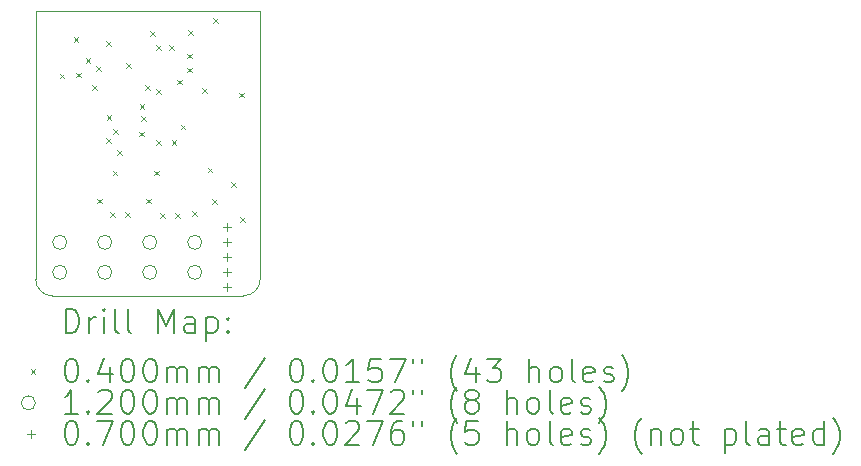
<source format=gbr>
%TF.GenerationSoftware,KiCad,Pcbnew,(6.0.7)*%
%TF.CreationDate,2022-08-30T17:39:49-06:00*%
%TF.ProjectId,malenki-1616-3A,6d616c65-6e6b-4692-9d31-3631362d3341,rev?*%
%TF.SameCoordinates,Original*%
%TF.FileFunction,Drillmap*%
%TF.FilePolarity,Positive*%
%FSLAX45Y45*%
G04 Gerber Fmt 4.5, Leading zero omitted, Abs format (unit mm)*
G04 Created by KiCad (PCBNEW (6.0.7)) date 2022-08-30 17:39:49*
%MOMM*%
%LPD*%
G01*
G04 APERTURE LIST*
%ADD10C,0.050000*%
%ADD11C,0.200000*%
%ADD12C,0.040000*%
%ADD13C,0.120000*%
%ADD14C,0.070000*%
G04 APERTURE END LIST*
D10*
X15540000Y-6172200D02*
X13639800Y-6172200D01*
X15540000Y-8440000D02*
X15540000Y-6172200D01*
X13639518Y-8439301D02*
G75*
G03*
X13780000Y-8580484I140482J-699D01*
G01*
X13780000Y-8580484D02*
X15398817Y-8580482D01*
X15398817Y-8580478D02*
G75*
G03*
X15540000Y-8440000I703J140478D01*
G01*
X13639800Y-6172200D02*
X13639518Y-8439301D01*
D11*
D12*
X13842150Y-6700000D02*
X13882150Y-6740000D01*
X13882150Y-6700000D02*
X13842150Y-6740000D01*
X13960532Y-6389150D02*
X14000532Y-6429150D01*
X14000532Y-6389150D02*
X13960532Y-6429150D01*
X13979811Y-6690189D02*
X14019811Y-6730189D01*
X14019811Y-6690189D02*
X13979811Y-6730189D01*
X14061486Y-6571436D02*
X14101486Y-6611436D01*
X14101486Y-6571436D02*
X14061486Y-6611436D01*
X14120000Y-6800000D02*
X14160000Y-6840000D01*
X14160000Y-6800000D02*
X14120000Y-6840000D01*
X14150188Y-6633658D02*
X14190188Y-6673658D01*
X14190188Y-6633658D02*
X14150188Y-6673658D01*
X14159550Y-7758750D02*
X14199550Y-7798750D01*
X14199550Y-7758750D02*
X14159550Y-7798750D01*
X14233826Y-7247249D02*
X14273826Y-7287249D01*
X14273826Y-7247249D02*
X14233826Y-7287249D01*
X14235095Y-6423586D02*
X14275095Y-6463586D01*
X14275095Y-6423586D02*
X14235095Y-6463586D01*
X14240000Y-7050000D02*
X14280000Y-7090000D01*
X14280000Y-7050000D02*
X14240000Y-7090000D01*
X14270000Y-7870000D02*
X14310000Y-7910000D01*
X14310000Y-7870000D02*
X14270000Y-7910000D01*
X14290000Y-7520000D02*
X14330000Y-7560000D01*
X14330000Y-7520000D02*
X14290000Y-7560000D01*
X14297250Y-7170000D02*
X14337250Y-7210000D01*
X14337250Y-7170000D02*
X14297250Y-7210000D01*
X14330000Y-7350000D02*
X14370000Y-7390000D01*
X14370000Y-7350000D02*
X14330000Y-7390000D01*
X14395000Y-7870000D02*
X14435000Y-7910000D01*
X14435000Y-7870000D02*
X14395000Y-7910000D01*
X14407200Y-6612800D02*
X14447200Y-6652800D01*
X14447200Y-6612800D02*
X14407200Y-6652800D01*
X14517150Y-7190000D02*
X14557150Y-7230000D01*
X14557150Y-7190000D02*
X14517150Y-7230000D01*
X14518962Y-6960661D02*
X14558962Y-7000661D01*
X14558962Y-6960661D02*
X14518962Y-7000661D01*
X14530000Y-7060000D02*
X14570000Y-7100000D01*
X14570000Y-7060000D02*
X14530000Y-7100000D01*
X14565267Y-6798424D02*
X14605267Y-6838424D01*
X14605267Y-6798424D02*
X14565267Y-6838424D01*
X14572300Y-7758750D02*
X14612300Y-7798750D01*
X14612300Y-7758750D02*
X14572300Y-7798750D01*
X14610000Y-6339950D02*
X14650000Y-6379950D01*
X14650000Y-6339950D02*
X14610000Y-6379950D01*
X14640000Y-7520000D02*
X14680000Y-7560000D01*
X14680000Y-7520000D02*
X14640000Y-7560000D01*
X14660000Y-6460000D02*
X14700000Y-6500000D01*
X14700000Y-6460000D02*
X14660000Y-6500000D01*
X14660000Y-7259950D02*
X14700000Y-7299950D01*
X14700000Y-7259950D02*
X14660000Y-7299950D01*
X14660098Y-6830000D02*
X14700098Y-6870000D01*
X14700098Y-6830000D02*
X14660098Y-6870000D01*
X14691250Y-7878750D02*
X14731250Y-7918750D01*
X14731250Y-7878750D02*
X14691250Y-7918750D01*
X14770000Y-6460000D02*
X14810000Y-6500000D01*
X14810000Y-6460000D02*
X14770000Y-6500000D01*
X14790000Y-7260000D02*
X14830000Y-7300000D01*
X14830000Y-7260000D02*
X14790000Y-7300000D01*
X14820000Y-7880000D02*
X14860000Y-7920000D01*
X14860000Y-7880000D02*
X14820000Y-7920000D01*
X14840000Y-6750000D02*
X14880000Y-6790000D01*
X14880000Y-6750000D02*
X14840000Y-6790000D01*
X14865859Y-7130549D02*
X14905859Y-7170549D01*
X14905859Y-7130549D02*
X14865859Y-7170549D01*
X14920000Y-6530000D02*
X14960000Y-6570000D01*
X14960000Y-6530000D02*
X14920000Y-6570000D01*
X14920000Y-6650000D02*
X14960000Y-6690000D01*
X14960000Y-6650000D02*
X14920000Y-6690000D01*
X14930000Y-6330000D02*
X14970000Y-6370000D01*
X14970000Y-6330000D02*
X14930000Y-6370000D01*
X14965000Y-7865000D02*
X15005000Y-7905000D01*
X15005000Y-7865000D02*
X14965000Y-7905000D01*
X15050000Y-6820000D02*
X15090000Y-6860000D01*
X15090000Y-6820000D02*
X15050000Y-6860000D01*
X15095000Y-7495000D02*
X15135000Y-7535000D01*
X15135000Y-7495000D02*
X15095000Y-7535000D01*
X15135000Y-7760000D02*
X15175000Y-7800000D01*
X15175000Y-7760000D02*
X15135000Y-7800000D01*
X15140000Y-6230000D02*
X15180000Y-6270000D01*
X15180000Y-6230000D02*
X15140000Y-6270000D01*
X15295000Y-7620000D02*
X15335000Y-7660000D01*
X15335000Y-7620000D02*
X15295000Y-7660000D01*
X15360000Y-6860000D02*
X15400000Y-6900000D01*
X15400000Y-6860000D02*
X15360000Y-6900000D01*
X15370000Y-7915000D02*
X15410000Y-7955000D01*
X15410000Y-7915000D02*
X15370000Y-7955000D01*
D13*
X13903000Y-8128000D02*
G75*
G03*
X13903000Y-8128000I-60000J0D01*
G01*
X13903000Y-8382000D02*
G75*
G03*
X13903000Y-8382000I-60000J0D01*
G01*
X14284000Y-8128000D02*
G75*
G03*
X14284000Y-8128000I-60000J0D01*
G01*
X14284000Y-8382000D02*
G75*
G03*
X14284000Y-8382000I-60000J0D01*
G01*
X14665000Y-8128000D02*
G75*
G03*
X14665000Y-8128000I-60000J0D01*
G01*
X14665000Y-8382000D02*
G75*
G03*
X14665000Y-8382000I-60000J0D01*
G01*
X15046000Y-8128000D02*
G75*
G03*
X15046000Y-8128000I-60000J0D01*
G01*
X15046000Y-8382000D02*
G75*
G03*
X15046000Y-8382000I-60000J0D01*
G01*
D14*
X15259500Y-7961000D02*
X15259500Y-8031000D01*
X15224500Y-7996000D02*
X15294500Y-7996000D01*
X15259500Y-8088000D02*
X15259500Y-8158000D01*
X15224500Y-8123000D02*
X15294500Y-8123000D01*
X15259500Y-8215000D02*
X15259500Y-8285000D01*
X15224500Y-8250000D02*
X15294500Y-8250000D01*
X15259500Y-8342000D02*
X15259500Y-8412000D01*
X15224500Y-8377000D02*
X15294500Y-8377000D01*
X15259500Y-8469000D02*
X15259500Y-8539000D01*
X15224500Y-8504000D02*
X15294500Y-8504000D01*
D11*
X13894635Y-8893460D02*
X13894635Y-8693460D01*
X13942254Y-8693460D01*
X13970826Y-8702984D01*
X13989874Y-8722031D01*
X13999397Y-8741079D01*
X14008921Y-8779174D01*
X14008921Y-8807745D01*
X13999397Y-8845841D01*
X13989874Y-8864888D01*
X13970826Y-8883936D01*
X13942254Y-8893460D01*
X13894635Y-8893460D01*
X14094635Y-8893460D02*
X14094635Y-8760126D01*
X14094635Y-8798222D02*
X14104159Y-8779174D01*
X14113683Y-8769650D01*
X14132731Y-8760126D01*
X14151778Y-8760126D01*
X14218445Y-8893460D02*
X14218445Y-8760126D01*
X14218445Y-8693460D02*
X14208921Y-8702984D01*
X14218445Y-8712507D01*
X14227969Y-8702984D01*
X14218445Y-8693460D01*
X14218445Y-8712507D01*
X14342254Y-8893460D02*
X14323207Y-8883936D01*
X14313683Y-8864888D01*
X14313683Y-8693460D01*
X14447016Y-8893460D02*
X14427969Y-8883936D01*
X14418445Y-8864888D01*
X14418445Y-8693460D01*
X14675588Y-8893460D02*
X14675588Y-8693460D01*
X14742254Y-8836317D01*
X14808921Y-8693460D01*
X14808921Y-8893460D01*
X14989874Y-8893460D02*
X14989874Y-8788698D01*
X14980350Y-8769650D01*
X14961302Y-8760126D01*
X14923207Y-8760126D01*
X14904159Y-8769650D01*
X14989874Y-8883936D02*
X14970826Y-8893460D01*
X14923207Y-8893460D01*
X14904159Y-8883936D01*
X14894635Y-8864888D01*
X14894635Y-8845841D01*
X14904159Y-8826793D01*
X14923207Y-8817269D01*
X14970826Y-8817269D01*
X14989874Y-8807745D01*
X15085112Y-8760126D02*
X15085112Y-8960126D01*
X15085112Y-8769650D02*
X15104159Y-8760126D01*
X15142254Y-8760126D01*
X15161302Y-8769650D01*
X15170826Y-8779174D01*
X15180350Y-8798222D01*
X15180350Y-8855364D01*
X15170826Y-8874412D01*
X15161302Y-8883936D01*
X15142254Y-8893460D01*
X15104159Y-8893460D01*
X15085112Y-8883936D01*
X15266064Y-8874412D02*
X15275588Y-8883936D01*
X15266064Y-8893460D01*
X15256540Y-8883936D01*
X15266064Y-8874412D01*
X15266064Y-8893460D01*
X15266064Y-8769650D02*
X15275588Y-8779174D01*
X15266064Y-8788698D01*
X15256540Y-8779174D01*
X15266064Y-8769650D01*
X15266064Y-8788698D01*
D12*
X13597016Y-9202984D02*
X13637016Y-9242984D01*
X13637016Y-9202984D02*
X13597016Y-9242984D01*
D11*
X13932731Y-9113460D02*
X13951778Y-9113460D01*
X13970826Y-9122984D01*
X13980350Y-9132507D01*
X13989874Y-9151555D01*
X13999397Y-9189650D01*
X13999397Y-9237269D01*
X13989874Y-9275364D01*
X13980350Y-9294412D01*
X13970826Y-9303936D01*
X13951778Y-9313460D01*
X13932731Y-9313460D01*
X13913683Y-9303936D01*
X13904159Y-9294412D01*
X13894635Y-9275364D01*
X13885112Y-9237269D01*
X13885112Y-9189650D01*
X13894635Y-9151555D01*
X13904159Y-9132507D01*
X13913683Y-9122984D01*
X13932731Y-9113460D01*
X14085112Y-9294412D02*
X14094635Y-9303936D01*
X14085112Y-9313460D01*
X14075588Y-9303936D01*
X14085112Y-9294412D01*
X14085112Y-9313460D01*
X14266064Y-9180126D02*
X14266064Y-9313460D01*
X14218445Y-9103936D02*
X14170826Y-9246793D01*
X14294635Y-9246793D01*
X14408921Y-9113460D02*
X14427969Y-9113460D01*
X14447016Y-9122984D01*
X14456540Y-9132507D01*
X14466064Y-9151555D01*
X14475588Y-9189650D01*
X14475588Y-9237269D01*
X14466064Y-9275364D01*
X14456540Y-9294412D01*
X14447016Y-9303936D01*
X14427969Y-9313460D01*
X14408921Y-9313460D01*
X14389874Y-9303936D01*
X14380350Y-9294412D01*
X14370826Y-9275364D01*
X14361302Y-9237269D01*
X14361302Y-9189650D01*
X14370826Y-9151555D01*
X14380350Y-9132507D01*
X14389874Y-9122984D01*
X14408921Y-9113460D01*
X14599397Y-9113460D02*
X14618445Y-9113460D01*
X14637493Y-9122984D01*
X14647016Y-9132507D01*
X14656540Y-9151555D01*
X14666064Y-9189650D01*
X14666064Y-9237269D01*
X14656540Y-9275364D01*
X14647016Y-9294412D01*
X14637493Y-9303936D01*
X14618445Y-9313460D01*
X14599397Y-9313460D01*
X14580350Y-9303936D01*
X14570826Y-9294412D01*
X14561302Y-9275364D01*
X14551778Y-9237269D01*
X14551778Y-9189650D01*
X14561302Y-9151555D01*
X14570826Y-9132507D01*
X14580350Y-9122984D01*
X14599397Y-9113460D01*
X14751778Y-9313460D02*
X14751778Y-9180126D01*
X14751778Y-9199174D02*
X14761302Y-9189650D01*
X14780350Y-9180126D01*
X14808921Y-9180126D01*
X14827969Y-9189650D01*
X14837493Y-9208698D01*
X14837493Y-9313460D01*
X14837493Y-9208698D02*
X14847016Y-9189650D01*
X14866064Y-9180126D01*
X14894635Y-9180126D01*
X14913683Y-9189650D01*
X14923207Y-9208698D01*
X14923207Y-9313460D01*
X15018445Y-9313460D02*
X15018445Y-9180126D01*
X15018445Y-9199174D02*
X15027969Y-9189650D01*
X15047016Y-9180126D01*
X15075588Y-9180126D01*
X15094635Y-9189650D01*
X15104159Y-9208698D01*
X15104159Y-9313460D01*
X15104159Y-9208698D02*
X15113683Y-9189650D01*
X15132731Y-9180126D01*
X15161302Y-9180126D01*
X15180350Y-9189650D01*
X15189874Y-9208698D01*
X15189874Y-9313460D01*
X15580350Y-9103936D02*
X15408921Y-9361079D01*
X15837493Y-9113460D02*
X15856540Y-9113460D01*
X15875588Y-9122984D01*
X15885112Y-9132507D01*
X15894635Y-9151555D01*
X15904159Y-9189650D01*
X15904159Y-9237269D01*
X15894635Y-9275364D01*
X15885112Y-9294412D01*
X15875588Y-9303936D01*
X15856540Y-9313460D01*
X15837493Y-9313460D01*
X15818445Y-9303936D01*
X15808921Y-9294412D01*
X15799397Y-9275364D01*
X15789874Y-9237269D01*
X15789874Y-9189650D01*
X15799397Y-9151555D01*
X15808921Y-9132507D01*
X15818445Y-9122984D01*
X15837493Y-9113460D01*
X15989874Y-9294412D02*
X15999397Y-9303936D01*
X15989874Y-9313460D01*
X15980350Y-9303936D01*
X15989874Y-9294412D01*
X15989874Y-9313460D01*
X16123207Y-9113460D02*
X16142254Y-9113460D01*
X16161302Y-9122984D01*
X16170826Y-9132507D01*
X16180350Y-9151555D01*
X16189874Y-9189650D01*
X16189874Y-9237269D01*
X16180350Y-9275364D01*
X16170826Y-9294412D01*
X16161302Y-9303936D01*
X16142254Y-9313460D01*
X16123207Y-9313460D01*
X16104159Y-9303936D01*
X16094635Y-9294412D01*
X16085112Y-9275364D01*
X16075588Y-9237269D01*
X16075588Y-9189650D01*
X16085112Y-9151555D01*
X16094635Y-9132507D01*
X16104159Y-9122984D01*
X16123207Y-9113460D01*
X16380350Y-9313460D02*
X16266064Y-9313460D01*
X16323207Y-9313460D02*
X16323207Y-9113460D01*
X16304159Y-9142031D01*
X16285112Y-9161079D01*
X16266064Y-9170603D01*
X16561302Y-9113460D02*
X16466064Y-9113460D01*
X16456540Y-9208698D01*
X16466064Y-9199174D01*
X16485112Y-9189650D01*
X16532731Y-9189650D01*
X16551778Y-9199174D01*
X16561302Y-9208698D01*
X16570826Y-9227745D01*
X16570826Y-9275364D01*
X16561302Y-9294412D01*
X16551778Y-9303936D01*
X16532731Y-9313460D01*
X16485112Y-9313460D01*
X16466064Y-9303936D01*
X16456540Y-9294412D01*
X16637493Y-9113460D02*
X16770826Y-9113460D01*
X16685112Y-9313460D01*
X16837493Y-9113460D02*
X16837493Y-9151555D01*
X16913683Y-9113460D02*
X16913683Y-9151555D01*
X17208921Y-9389650D02*
X17199397Y-9380126D01*
X17180350Y-9351555D01*
X17170826Y-9332507D01*
X17161302Y-9303936D01*
X17151778Y-9256317D01*
X17151778Y-9218222D01*
X17161302Y-9170603D01*
X17170826Y-9142031D01*
X17180350Y-9122984D01*
X17199397Y-9094412D01*
X17208921Y-9084888D01*
X17370826Y-9180126D02*
X17370826Y-9313460D01*
X17323207Y-9103936D02*
X17275588Y-9246793D01*
X17399397Y-9246793D01*
X17456540Y-9113460D02*
X17580350Y-9113460D01*
X17513683Y-9189650D01*
X17542255Y-9189650D01*
X17561302Y-9199174D01*
X17570826Y-9208698D01*
X17580350Y-9227745D01*
X17580350Y-9275364D01*
X17570826Y-9294412D01*
X17561302Y-9303936D01*
X17542255Y-9313460D01*
X17485112Y-9313460D01*
X17466064Y-9303936D01*
X17456540Y-9294412D01*
X17818445Y-9313460D02*
X17818445Y-9113460D01*
X17904159Y-9313460D02*
X17904159Y-9208698D01*
X17894636Y-9189650D01*
X17875588Y-9180126D01*
X17847016Y-9180126D01*
X17827969Y-9189650D01*
X17818445Y-9199174D01*
X18027969Y-9313460D02*
X18008921Y-9303936D01*
X17999397Y-9294412D01*
X17989874Y-9275364D01*
X17989874Y-9218222D01*
X17999397Y-9199174D01*
X18008921Y-9189650D01*
X18027969Y-9180126D01*
X18056540Y-9180126D01*
X18075588Y-9189650D01*
X18085112Y-9199174D01*
X18094636Y-9218222D01*
X18094636Y-9275364D01*
X18085112Y-9294412D01*
X18075588Y-9303936D01*
X18056540Y-9313460D01*
X18027969Y-9313460D01*
X18208921Y-9313460D02*
X18189874Y-9303936D01*
X18180350Y-9284888D01*
X18180350Y-9113460D01*
X18361302Y-9303936D02*
X18342255Y-9313460D01*
X18304159Y-9313460D01*
X18285112Y-9303936D01*
X18275588Y-9284888D01*
X18275588Y-9208698D01*
X18285112Y-9189650D01*
X18304159Y-9180126D01*
X18342255Y-9180126D01*
X18361302Y-9189650D01*
X18370826Y-9208698D01*
X18370826Y-9227745D01*
X18275588Y-9246793D01*
X18447016Y-9303936D02*
X18466064Y-9313460D01*
X18504159Y-9313460D01*
X18523207Y-9303936D01*
X18532731Y-9284888D01*
X18532731Y-9275364D01*
X18523207Y-9256317D01*
X18504159Y-9246793D01*
X18475588Y-9246793D01*
X18456540Y-9237269D01*
X18447016Y-9218222D01*
X18447016Y-9208698D01*
X18456540Y-9189650D01*
X18475588Y-9180126D01*
X18504159Y-9180126D01*
X18523207Y-9189650D01*
X18599397Y-9389650D02*
X18608921Y-9380126D01*
X18627969Y-9351555D01*
X18637493Y-9332507D01*
X18647016Y-9303936D01*
X18656540Y-9256317D01*
X18656540Y-9218222D01*
X18647016Y-9170603D01*
X18637493Y-9142031D01*
X18627969Y-9122984D01*
X18608921Y-9094412D01*
X18599397Y-9084888D01*
D13*
X13637016Y-9486984D02*
G75*
G03*
X13637016Y-9486984I-60000J0D01*
G01*
D11*
X13999397Y-9577460D02*
X13885112Y-9577460D01*
X13942254Y-9577460D02*
X13942254Y-9377460D01*
X13923207Y-9406031D01*
X13904159Y-9425079D01*
X13885112Y-9434603D01*
X14085112Y-9558412D02*
X14094635Y-9567936D01*
X14085112Y-9577460D01*
X14075588Y-9567936D01*
X14085112Y-9558412D01*
X14085112Y-9577460D01*
X14170826Y-9396507D02*
X14180350Y-9386984D01*
X14199397Y-9377460D01*
X14247016Y-9377460D01*
X14266064Y-9386984D01*
X14275588Y-9396507D01*
X14285112Y-9415555D01*
X14285112Y-9434603D01*
X14275588Y-9463174D01*
X14161302Y-9577460D01*
X14285112Y-9577460D01*
X14408921Y-9377460D02*
X14427969Y-9377460D01*
X14447016Y-9386984D01*
X14456540Y-9396507D01*
X14466064Y-9415555D01*
X14475588Y-9453650D01*
X14475588Y-9501269D01*
X14466064Y-9539364D01*
X14456540Y-9558412D01*
X14447016Y-9567936D01*
X14427969Y-9577460D01*
X14408921Y-9577460D01*
X14389874Y-9567936D01*
X14380350Y-9558412D01*
X14370826Y-9539364D01*
X14361302Y-9501269D01*
X14361302Y-9453650D01*
X14370826Y-9415555D01*
X14380350Y-9396507D01*
X14389874Y-9386984D01*
X14408921Y-9377460D01*
X14599397Y-9377460D02*
X14618445Y-9377460D01*
X14637493Y-9386984D01*
X14647016Y-9396507D01*
X14656540Y-9415555D01*
X14666064Y-9453650D01*
X14666064Y-9501269D01*
X14656540Y-9539364D01*
X14647016Y-9558412D01*
X14637493Y-9567936D01*
X14618445Y-9577460D01*
X14599397Y-9577460D01*
X14580350Y-9567936D01*
X14570826Y-9558412D01*
X14561302Y-9539364D01*
X14551778Y-9501269D01*
X14551778Y-9453650D01*
X14561302Y-9415555D01*
X14570826Y-9396507D01*
X14580350Y-9386984D01*
X14599397Y-9377460D01*
X14751778Y-9577460D02*
X14751778Y-9444126D01*
X14751778Y-9463174D02*
X14761302Y-9453650D01*
X14780350Y-9444126D01*
X14808921Y-9444126D01*
X14827969Y-9453650D01*
X14837493Y-9472698D01*
X14837493Y-9577460D01*
X14837493Y-9472698D02*
X14847016Y-9453650D01*
X14866064Y-9444126D01*
X14894635Y-9444126D01*
X14913683Y-9453650D01*
X14923207Y-9472698D01*
X14923207Y-9577460D01*
X15018445Y-9577460D02*
X15018445Y-9444126D01*
X15018445Y-9463174D02*
X15027969Y-9453650D01*
X15047016Y-9444126D01*
X15075588Y-9444126D01*
X15094635Y-9453650D01*
X15104159Y-9472698D01*
X15104159Y-9577460D01*
X15104159Y-9472698D02*
X15113683Y-9453650D01*
X15132731Y-9444126D01*
X15161302Y-9444126D01*
X15180350Y-9453650D01*
X15189874Y-9472698D01*
X15189874Y-9577460D01*
X15580350Y-9367936D02*
X15408921Y-9625079D01*
X15837493Y-9377460D02*
X15856540Y-9377460D01*
X15875588Y-9386984D01*
X15885112Y-9396507D01*
X15894635Y-9415555D01*
X15904159Y-9453650D01*
X15904159Y-9501269D01*
X15894635Y-9539364D01*
X15885112Y-9558412D01*
X15875588Y-9567936D01*
X15856540Y-9577460D01*
X15837493Y-9577460D01*
X15818445Y-9567936D01*
X15808921Y-9558412D01*
X15799397Y-9539364D01*
X15789874Y-9501269D01*
X15789874Y-9453650D01*
X15799397Y-9415555D01*
X15808921Y-9396507D01*
X15818445Y-9386984D01*
X15837493Y-9377460D01*
X15989874Y-9558412D02*
X15999397Y-9567936D01*
X15989874Y-9577460D01*
X15980350Y-9567936D01*
X15989874Y-9558412D01*
X15989874Y-9577460D01*
X16123207Y-9377460D02*
X16142254Y-9377460D01*
X16161302Y-9386984D01*
X16170826Y-9396507D01*
X16180350Y-9415555D01*
X16189874Y-9453650D01*
X16189874Y-9501269D01*
X16180350Y-9539364D01*
X16170826Y-9558412D01*
X16161302Y-9567936D01*
X16142254Y-9577460D01*
X16123207Y-9577460D01*
X16104159Y-9567936D01*
X16094635Y-9558412D01*
X16085112Y-9539364D01*
X16075588Y-9501269D01*
X16075588Y-9453650D01*
X16085112Y-9415555D01*
X16094635Y-9396507D01*
X16104159Y-9386984D01*
X16123207Y-9377460D01*
X16361302Y-9444126D02*
X16361302Y-9577460D01*
X16313683Y-9367936D02*
X16266064Y-9510793D01*
X16389874Y-9510793D01*
X16447016Y-9377460D02*
X16580350Y-9377460D01*
X16494635Y-9577460D01*
X16647016Y-9396507D02*
X16656540Y-9386984D01*
X16675588Y-9377460D01*
X16723207Y-9377460D01*
X16742254Y-9386984D01*
X16751778Y-9396507D01*
X16761302Y-9415555D01*
X16761302Y-9434603D01*
X16751778Y-9463174D01*
X16637493Y-9577460D01*
X16761302Y-9577460D01*
X16837493Y-9377460D02*
X16837493Y-9415555D01*
X16913683Y-9377460D02*
X16913683Y-9415555D01*
X17208921Y-9653650D02*
X17199397Y-9644126D01*
X17180350Y-9615555D01*
X17170826Y-9596507D01*
X17161302Y-9567936D01*
X17151778Y-9520317D01*
X17151778Y-9482222D01*
X17161302Y-9434603D01*
X17170826Y-9406031D01*
X17180350Y-9386984D01*
X17199397Y-9358412D01*
X17208921Y-9348888D01*
X17313683Y-9463174D02*
X17294636Y-9453650D01*
X17285112Y-9444126D01*
X17275588Y-9425079D01*
X17275588Y-9415555D01*
X17285112Y-9396507D01*
X17294636Y-9386984D01*
X17313683Y-9377460D01*
X17351778Y-9377460D01*
X17370826Y-9386984D01*
X17380350Y-9396507D01*
X17389874Y-9415555D01*
X17389874Y-9425079D01*
X17380350Y-9444126D01*
X17370826Y-9453650D01*
X17351778Y-9463174D01*
X17313683Y-9463174D01*
X17294636Y-9472698D01*
X17285112Y-9482222D01*
X17275588Y-9501269D01*
X17275588Y-9539364D01*
X17285112Y-9558412D01*
X17294636Y-9567936D01*
X17313683Y-9577460D01*
X17351778Y-9577460D01*
X17370826Y-9567936D01*
X17380350Y-9558412D01*
X17389874Y-9539364D01*
X17389874Y-9501269D01*
X17380350Y-9482222D01*
X17370826Y-9472698D01*
X17351778Y-9463174D01*
X17627969Y-9577460D02*
X17627969Y-9377460D01*
X17713683Y-9577460D02*
X17713683Y-9472698D01*
X17704159Y-9453650D01*
X17685112Y-9444126D01*
X17656540Y-9444126D01*
X17637493Y-9453650D01*
X17627969Y-9463174D01*
X17837493Y-9577460D02*
X17818445Y-9567936D01*
X17808921Y-9558412D01*
X17799397Y-9539364D01*
X17799397Y-9482222D01*
X17808921Y-9463174D01*
X17818445Y-9453650D01*
X17837493Y-9444126D01*
X17866064Y-9444126D01*
X17885112Y-9453650D01*
X17894636Y-9463174D01*
X17904159Y-9482222D01*
X17904159Y-9539364D01*
X17894636Y-9558412D01*
X17885112Y-9567936D01*
X17866064Y-9577460D01*
X17837493Y-9577460D01*
X18018445Y-9577460D02*
X17999397Y-9567936D01*
X17989874Y-9548888D01*
X17989874Y-9377460D01*
X18170826Y-9567936D02*
X18151778Y-9577460D01*
X18113683Y-9577460D01*
X18094636Y-9567936D01*
X18085112Y-9548888D01*
X18085112Y-9472698D01*
X18094636Y-9453650D01*
X18113683Y-9444126D01*
X18151778Y-9444126D01*
X18170826Y-9453650D01*
X18180350Y-9472698D01*
X18180350Y-9491745D01*
X18085112Y-9510793D01*
X18256540Y-9567936D02*
X18275588Y-9577460D01*
X18313683Y-9577460D01*
X18332731Y-9567936D01*
X18342255Y-9548888D01*
X18342255Y-9539364D01*
X18332731Y-9520317D01*
X18313683Y-9510793D01*
X18285112Y-9510793D01*
X18266064Y-9501269D01*
X18256540Y-9482222D01*
X18256540Y-9472698D01*
X18266064Y-9453650D01*
X18285112Y-9444126D01*
X18313683Y-9444126D01*
X18332731Y-9453650D01*
X18408921Y-9653650D02*
X18418445Y-9644126D01*
X18437493Y-9615555D01*
X18447016Y-9596507D01*
X18456540Y-9567936D01*
X18466064Y-9520317D01*
X18466064Y-9482222D01*
X18456540Y-9434603D01*
X18447016Y-9406031D01*
X18437493Y-9386984D01*
X18418445Y-9358412D01*
X18408921Y-9348888D01*
D14*
X13602016Y-9715984D02*
X13602016Y-9785984D01*
X13567016Y-9750984D02*
X13637016Y-9750984D01*
D11*
X13932731Y-9641460D02*
X13951778Y-9641460D01*
X13970826Y-9650984D01*
X13980350Y-9660507D01*
X13989874Y-9679555D01*
X13999397Y-9717650D01*
X13999397Y-9765269D01*
X13989874Y-9803364D01*
X13980350Y-9822412D01*
X13970826Y-9831936D01*
X13951778Y-9841460D01*
X13932731Y-9841460D01*
X13913683Y-9831936D01*
X13904159Y-9822412D01*
X13894635Y-9803364D01*
X13885112Y-9765269D01*
X13885112Y-9717650D01*
X13894635Y-9679555D01*
X13904159Y-9660507D01*
X13913683Y-9650984D01*
X13932731Y-9641460D01*
X14085112Y-9822412D02*
X14094635Y-9831936D01*
X14085112Y-9841460D01*
X14075588Y-9831936D01*
X14085112Y-9822412D01*
X14085112Y-9841460D01*
X14161302Y-9641460D02*
X14294635Y-9641460D01*
X14208921Y-9841460D01*
X14408921Y-9641460D02*
X14427969Y-9641460D01*
X14447016Y-9650984D01*
X14456540Y-9660507D01*
X14466064Y-9679555D01*
X14475588Y-9717650D01*
X14475588Y-9765269D01*
X14466064Y-9803364D01*
X14456540Y-9822412D01*
X14447016Y-9831936D01*
X14427969Y-9841460D01*
X14408921Y-9841460D01*
X14389874Y-9831936D01*
X14380350Y-9822412D01*
X14370826Y-9803364D01*
X14361302Y-9765269D01*
X14361302Y-9717650D01*
X14370826Y-9679555D01*
X14380350Y-9660507D01*
X14389874Y-9650984D01*
X14408921Y-9641460D01*
X14599397Y-9641460D02*
X14618445Y-9641460D01*
X14637493Y-9650984D01*
X14647016Y-9660507D01*
X14656540Y-9679555D01*
X14666064Y-9717650D01*
X14666064Y-9765269D01*
X14656540Y-9803364D01*
X14647016Y-9822412D01*
X14637493Y-9831936D01*
X14618445Y-9841460D01*
X14599397Y-9841460D01*
X14580350Y-9831936D01*
X14570826Y-9822412D01*
X14561302Y-9803364D01*
X14551778Y-9765269D01*
X14551778Y-9717650D01*
X14561302Y-9679555D01*
X14570826Y-9660507D01*
X14580350Y-9650984D01*
X14599397Y-9641460D01*
X14751778Y-9841460D02*
X14751778Y-9708126D01*
X14751778Y-9727174D02*
X14761302Y-9717650D01*
X14780350Y-9708126D01*
X14808921Y-9708126D01*
X14827969Y-9717650D01*
X14837493Y-9736698D01*
X14837493Y-9841460D01*
X14837493Y-9736698D02*
X14847016Y-9717650D01*
X14866064Y-9708126D01*
X14894635Y-9708126D01*
X14913683Y-9717650D01*
X14923207Y-9736698D01*
X14923207Y-9841460D01*
X15018445Y-9841460D02*
X15018445Y-9708126D01*
X15018445Y-9727174D02*
X15027969Y-9717650D01*
X15047016Y-9708126D01*
X15075588Y-9708126D01*
X15094635Y-9717650D01*
X15104159Y-9736698D01*
X15104159Y-9841460D01*
X15104159Y-9736698D02*
X15113683Y-9717650D01*
X15132731Y-9708126D01*
X15161302Y-9708126D01*
X15180350Y-9717650D01*
X15189874Y-9736698D01*
X15189874Y-9841460D01*
X15580350Y-9631936D02*
X15408921Y-9889079D01*
X15837493Y-9641460D02*
X15856540Y-9641460D01*
X15875588Y-9650984D01*
X15885112Y-9660507D01*
X15894635Y-9679555D01*
X15904159Y-9717650D01*
X15904159Y-9765269D01*
X15894635Y-9803364D01*
X15885112Y-9822412D01*
X15875588Y-9831936D01*
X15856540Y-9841460D01*
X15837493Y-9841460D01*
X15818445Y-9831936D01*
X15808921Y-9822412D01*
X15799397Y-9803364D01*
X15789874Y-9765269D01*
X15789874Y-9717650D01*
X15799397Y-9679555D01*
X15808921Y-9660507D01*
X15818445Y-9650984D01*
X15837493Y-9641460D01*
X15989874Y-9822412D02*
X15999397Y-9831936D01*
X15989874Y-9841460D01*
X15980350Y-9831936D01*
X15989874Y-9822412D01*
X15989874Y-9841460D01*
X16123207Y-9641460D02*
X16142254Y-9641460D01*
X16161302Y-9650984D01*
X16170826Y-9660507D01*
X16180350Y-9679555D01*
X16189874Y-9717650D01*
X16189874Y-9765269D01*
X16180350Y-9803364D01*
X16170826Y-9822412D01*
X16161302Y-9831936D01*
X16142254Y-9841460D01*
X16123207Y-9841460D01*
X16104159Y-9831936D01*
X16094635Y-9822412D01*
X16085112Y-9803364D01*
X16075588Y-9765269D01*
X16075588Y-9717650D01*
X16085112Y-9679555D01*
X16094635Y-9660507D01*
X16104159Y-9650984D01*
X16123207Y-9641460D01*
X16266064Y-9660507D02*
X16275588Y-9650984D01*
X16294635Y-9641460D01*
X16342254Y-9641460D01*
X16361302Y-9650984D01*
X16370826Y-9660507D01*
X16380350Y-9679555D01*
X16380350Y-9698603D01*
X16370826Y-9727174D01*
X16256540Y-9841460D01*
X16380350Y-9841460D01*
X16447016Y-9641460D02*
X16580350Y-9641460D01*
X16494635Y-9841460D01*
X16742254Y-9641460D02*
X16704159Y-9641460D01*
X16685112Y-9650984D01*
X16675588Y-9660507D01*
X16656540Y-9689079D01*
X16647016Y-9727174D01*
X16647016Y-9803364D01*
X16656540Y-9822412D01*
X16666064Y-9831936D01*
X16685112Y-9841460D01*
X16723207Y-9841460D01*
X16742254Y-9831936D01*
X16751778Y-9822412D01*
X16761302Y-9803364D01*
X16761302Y-9755745D01*
X16751778Y-9736698D01*
X16742254Y-9727174D01*
X16723207Y-9717650D01*
X16685112Y-9717650D01*
X16666064Y-9727174D01*
X16656540Y-9736698D01*
X16647016Y-9755745D01*
X16837493Y-9641460D02*
X16837493Y-9679555D01*
X16913683Y-9641460D02*
X16913683Y-9679555D01*
X17208921Y-9917650D02*
X17199397Y-9908126D01*
X17180350Y-9879555D01*
X17170826Y-9860507D01*
X17161302Y-9831936D01*
X17151778Y-9784317D01*
X17151778Y-9746222D01*
X17161302Y-9698603D01*
X17170826Y-9670031D01*
X17180350Y-9650984D01*
X17199397Y-9622412D01*
X17208921Y-9612888D01*
X17380350Y-9641460D02*
X17285112Y-9641460D01*
X17275588Y-9736698D01*
X17285112Y-9727174D01*
X17304159Y-9717650D01*
X17351778Y-9717650D01*
X17370826Y-9727174D01*
X17380350Y-9736698D01*
X17389874Y-9755745D01*
X17389874Y-9803364D01*
X17380350Y-9822412D01*
X17370826Y-9831936D01*
X17351778Y-9841460D01*
X17304159Y-9841460D01*
X17285112Y-9831936D01*
X17275588Y-9822412D01*
X17627969Y-9841460D02*
X17627969Y-9641460D01*
X17713683Y-9841460D02*
X17713683Y-9736698D01*
X17704159Y-9717650D01*
X17685112Y-9708126D01*
X17656540Y-9708126D01*
X17637493Y-9717650D01*
X17627969Y-9727174D01*
X17837493Y-9841460D02*
X17818445Y-9831936D01*
X17808921Y-9822412D01*
X17799397Y-9803364D01*
X17799397Y-9746222D01*
X17808921Y-9727174D01*
X17818445Y-9717650D01*
X17837493Y-9708126D01*
X17866064Y-9708126D01*
X17885112Y-9717650D01*
X17894636Y-9727174D01*
X17904159Y-9746222D01*
X17904159Y-9803364D01*
X17894636Y-9822412D01*
X17885112Y-9831936D01*
X17866064Y-9841460D01*
X17837493Y-9841460D01*
X18018445Y-9841460D02*
X17999397Y-9831936D01*
X17989874Y-9812888D01*
X17989874Y-9641460D01*
X18170826Y-9831936D02*
X18151778Y-9841460D01*
X18113683Y-9841460D01*
X18094636Y-9831936D01*
X18085112Y-9812888D01*
X18085112Y-9736698D01*
X18094636Y-9717650D01*
X18113683Y-9708126D01*
X18151778Y-9708126D01*
X18170826Y-9717650D01*
X18180350Y-9736698D01*
X18180350Y-9755745D01*
X18085112Y-9774793D01*
X18256540Y-9831936D02*
X18275588Y-9841460D01*
X18313683Y-9841460D01*
X18332731Y-9831936D01*
X18342255Y-9812888D01*
X18342255Y-9803364D01*
X18332731Y-9784317D01*
X18313683Y-9774793D01*
X18285112Y-9774793D01*
X18266064Y-9765269D01*
X18256540Y-9746222D01*
X18256540Y-9736698D01*
X18266064Y-9717650D01*
X18285112Y-9708126D01*
X18313683Y-9708126D01*
X18332731Y-9717650D01*
X18408921Y-9917650D02*
X18418445Y-9908126D01*
X18437493Y-9879555D01*
X18447016Y-9860507D01*
X18456540Y-9831936D01*
X18466064Y-9784317D01*
X18466064Y-9746222D01*
X18456540Y-9698603D01*
X18447016Y-9670031D01*
X18437493Y-9650984D01*
X18418445Y-9622412D01*
X18408921Y-9612888D01*
X18770826Y-9917650D02*
X18761302Y-9908126D01*
X18742255Y-9879555D01*
X18732731Y-9860507D01*
X18723207Y-9831936D01*
X18713683Y-9784317D01*
X18713683Y-9746222D01*
X18723207Y-9698603D01*
X18732731Y-9670031D01*
X18742255Y-9650984D01*
X18761302Y-9622412D01*
X18770826Y-9612888D01*
X18847016Y-9708126D02*
X18847016Y-9841460D01*
X18847016Y-9727174D02*
X18856540Y-9717650D01*
X18875588Y-9708126D01*
X18904159Y-9708126D01*
X18923207Y-9717650D01*
X18932731Y-9736698D01*
X18932731Y-9841460D01*
X19056540Y-9841460D02*
X19037493Y-9831936D01*
X19027969Y-9822412D01*
X19018445Y-9803364D01*
X19018445Y-9746222D01*
X19027969Y-9727174D01*
X19037493Y-9717650D01*
X19056540Y-9708126D01*
X19085112Y-9708126D01*
X19104159Y-9717650D01*
X19113683Y-9727174D01*
X19123207Y-9746222D01*
X19123207Y-9803364D01*
X19113683Y-9822412D01*
X19104159Y-9831936D01*
X19085112Y-9841460D01*
X19056540Y-9841460D01*
X19180350Y-9708126D02*
X19256540Y-9708126D01*
X19208921Y-9641460D02*
X19208921Y-9812888D01*
X19218445Y-9831936D01*
X19237493Y-9841460D01*
X19256540Y-9841460D01*
X19475588Y-9708126D02*
X19475588Y-9908126D01*
X19475588Y-9717650D02*
X19494636Y-9708126D01*
X19532731Y-9708126D01*
X19551778Y-9717650D01*
X19561302Y-9727174D01*
X19570826Y-9746222D01*
X19570826Y-9803364D01*
X19561302Y-9822412D01*
X19551778Y-9831936D01*
X19532731Y-9841460D01*
X19494636Y-9841460D01*
X19475588Y-9831936D01*
X19685112Y-9841460D02*
X19666064Y-9831936D01*
X19656540Y-9812888D01*
X19656540Y-9641460D01*
X19847016Y-9841460D02*
X19847016Y-9736698D01*
X19837493Y-9717650D01*
X19818445Y-9708126D01*
X19780350Y-9708126D01*
X19761302Y-9717650D01*
X19847016Y-9831936D02*
X19827969Y-9841460D01*
X19780350Y-9841460D01*
X19761302Y-9831936D01*
X19751778Y-9812888D01*
X19751778Y-9793841D01*
X19761302Y-9774793D01*
X19780350Y-9765269D01*
X19827969Y-9765269D01*
X19847016Y-9755745D01*
X19913683Y-9708126D02*
X19989874Y-9708126D01*
X19942255Y-9641460D02*
X19942255Y-9812888D01*
X19951778Y-9831936D01*
X19970826Y-9841460D01*
X19989874Y-9841460D01*
X20132731Y-9831936D02*
X20113683Y-9841460D01*
X20075588Y-9841460D01*
X20056540Y-9831936D01*
X20047016Y-9812888D01*
X20047016Y-9736698D01*
X20056540Y-9717650D01*
X20075588Y-9708126D01*
X20113683Y-9708126D01*
X20132731Y-9717650D01*
X20142255Y-9736698D01*
X20142255Y-9755745D01*
X20047016Y-9774793D01*
X20313683Y-9841460D02*
X20313683Y-9641460D01*
X20313683Y-9831936D02*
X20294636Y-9841460D01*
X20256540Y-9841460D01*
X20237493Y-9831936D01*
X20227969Y-9822412D01*
X20218445Y-9803364D01*
X20218445Y-9746222D01*
X20227969Y-9727174D01*
X20237493Y-9717650D01*
X20256540Y-9708126D01*
X20294636Y-9708126D01*
X20313683Y-9717650D01*
X20389874Y-9917650D02*
X20399397Y-9908126D01*
X20418445Y-9879555D01*
X20427969Y-9860507D01*
X20437493Y-9831936D01*
X20447016Y-9784317D01*
X20447016Y-9746222D01*
X20437493Y-9698603D01*
X20427969Y-9670031D01*
X20418445Y-9650984D01*
X20399397Y-9622412D01*
X20389874Y-9612888D01*
M02*

</source>
